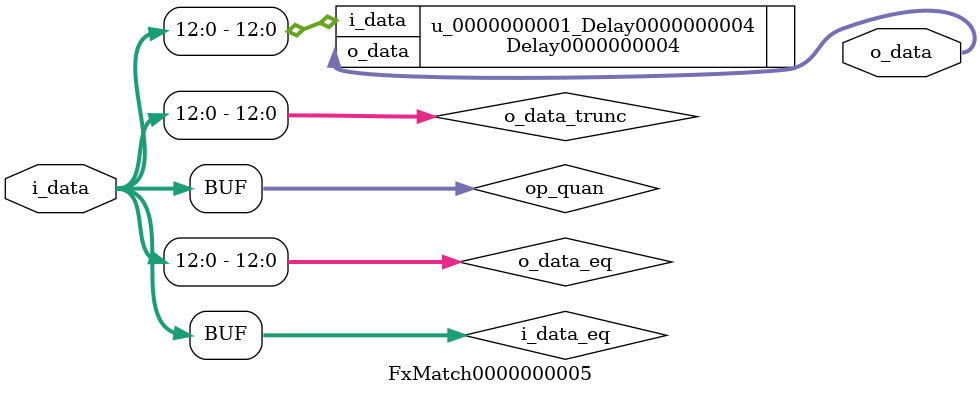
<source format=v>
 module FxMatch0000000005 (
     i_data, o_data
 );
 input wire [14-1:0] i_data;     // Input data
 output wire [13-1:0] o_data;   // Output data
 //
 wire [14-1:0] i_data_eq;
 assign i_data_eq = i_data;
 wire [13-1:0] o_data_eq;
 // Quantization Stage
 // Perfect LSB match
 wire [14-1:0] op_quan; // Quantization output
 assign op_quan = i_data_eq;
 // Overflow Stage
 // Overflow protection
 assign o_data_eq = op_quan[13-1:0];
 wire [13-1:0] o_data_trunc;
 assign o_data_trunc = o_data_eq;
Delay0000000004  u_0000000001_Delay0000000004(.i_data(o_data_trunc), .o_data(o_data));
 endmodule

</source>
